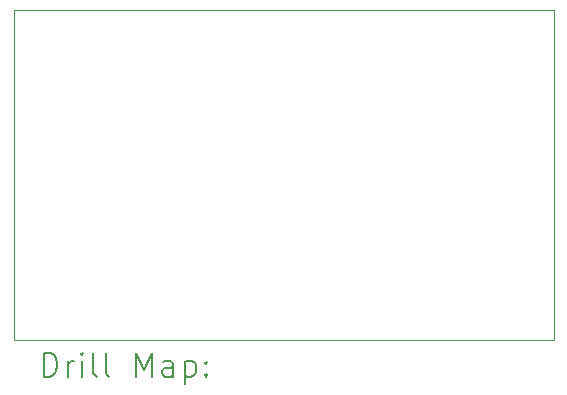
<source format=gbr>
%TF.GenerationSoftware,KiCad,Pcbnew,(6.0.7)*%
%TF.CreationDate,2022-08-10T20:47:30+10:00*%
%TF.ProjectId,Voodoo2SLI,566f6f64-6f6f-4325-934c-492e6b696361,rev?*%
%TF.SameCoordinates,Original*%
%TF.FileFunction,Drillmap*%
%TF.FilePolarity,Positive*%
%FSLAX45Y45*%
G04 Gerber Fmt 4.5, Leading zero omitted, Abs format (unit mm)*
G04 Created by KiCad (PCBNEW (6.0.7)) date 2022-08-10 20:47:30*
%MOMM*%
%LPD*%
G01*
G04 APERTURE LIST*
%ADD10C,0.050000*%
%ADD11C,0.200000*%
G04 APERTURE END LIST*
D10*
X17043400Y-12166600D02*
X17043400Y-9372600D01*
X17043400Y-9372600D02*
X12471400Y-9372600D01*
X12471400Y-9372600D02*
X12471400Y-12166600D01*
X12471400Y-12166600D02*
X17043400Y-12166600D01*
D11*
X12726519Y-12479576D02*
X12726519Y-12279576D01*
X12774138Y-12279576D01*
X12802709Y-12289100D01*
X12821757Y-12308148D01*
X12831281Y-12327195D01*
X12840805Y-12365290D01*
X12840805Y-12393862D01*
X12831281Y-12431957D01*
X12821757Y-12451005D01*
X12802709Y-12470052D01*
X12774138Y-12479576D01*
X12726519Y-12479576D01*
X12926519Y-12479576D02*
X12926519Y-12346243D01*
X12926519Y-12384338D02*
X12936043Y-12365290D01*
X12945567Y-12355767D01*
X12964614Y-12346243D01*
X12983662Y-12346243D01*
X13050328Y-12479576D02*
X13050328Y-12346243D01*
X13050328Y-12279576D02*
X13040805Y-12289100D01*
X13050328Y-12298624D01*
X13059852Y-12289100D01*
X13050328Y-12279576D01*
X13050328Y-12298624D01*
X13174138Y-12479576D02*
X13155090Y-12470052D01*
X13145567Y-12451005D01*
X13145567Y-12279576D01*
X13278900Y-12479576D02*
X13259852Y-12470052D01*
X13250328Y-12451005D01*
X13250328Y-12279576D01*
X13507471Y-12479576D02*
X13507471Y-12279576D01*
X13574138Y-12422433D01*
X13640805Y-12279576D01*
X13640805Y-12479576D01*
X13821757Y-12479576D02*
X13821757Y-12374814D01*
X13812233Y-12355767D01*
X13793186Y-12346243D01*
X13755090Y-12346243D01*
X13736043Y-12355767D01*
X13821757Y-12470052D02*
X13802709Y-12479576D01*
X13755090Y-12479576D01*
X13736043Y-12470052D01*
X13726519Y-12451005D01*
X13726519Y-12431957D01*
X13736043Y-12412909D01*
X13755090Y-12403386D01*
X13802709Y-12403386D01*
X13821757Y-12393862D01*
X13916995Y-12346243D02*
X13916995Y-12546243D01*
X13916995Y-12355767D02*
X13936043Y-12346243D01*
X13974138Y-12346243D01*
X13993186Y-12355767D01*
X14002709Y-12365290D01*
X14012233Y-12384338D01*
X14012233Y-12441481D01*
X14002709Y-12460528D01*
X13993186Y-12470052D01*
X13974138Y-12479576D01*
X13936043Y-12479576D01*
X13916995Y-12470052D01*
X14097948Y-12460528D02*
X14107471Y-12470052D01*
X14097948Y-12479576D01*
X14088424Y-12470052D01*
X14097948Y-12460528D01*
X14097948Y-12479576D01*
X14097948Y-12355767D02*
X14107471Y-12365290D01*
X14097948Y-12374814D01*
X14088424Y-12365290D01*
X14097948Y-12355767D01*
X14097948Y-12374814D01*
M02*

</source>
